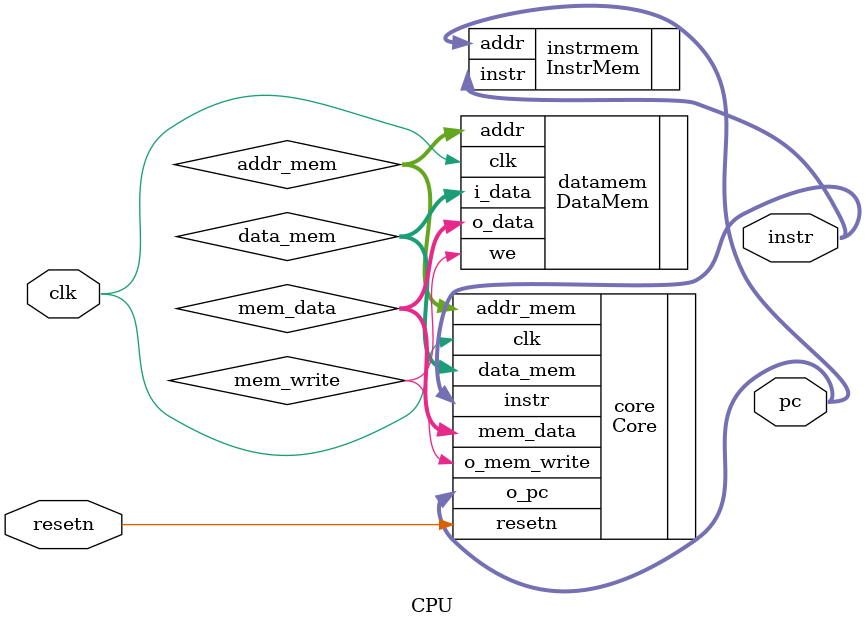
<source format=v>
`timescale 1ns / 1ps


module CPU(
    input wire clk, resetn,
    output wire [31:0] pc, instr
    );
    
    // Instruction memory
    InstrMem instrmem(.addr(pc), .instr(instr));
    
    // Core
    wire [31:0] mem_data, addr_mem, data_mem;
    wire mem_write;
    Core core(.clk(clk), .resetn(resetn), .mem_data(mem_data), .instr(instr),.addr_mem(addr_mem), .data_mem(data_mem), .o_pc(pc), .o_mem_write(mem_write));
    
    // Data Memory
    DataMem datamem(.clk(clk), .we(mem_write), .i_data(data_mem), .addr(addr_mem), .o_data(mem_data));
endmodule

</source>
